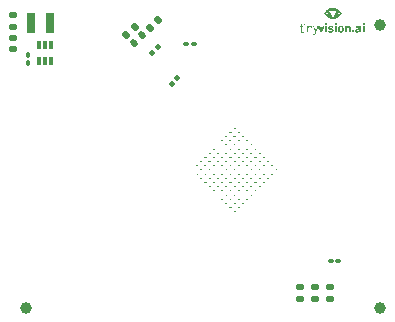
<source format=gbr>
%TF.GenerationSoftware,KiCad,Pcbnew,9.0.2*%
%TF.CreationDate,2025-11-14T17:05:06-08:00*%
%TF.ProjectId,pico2-nx-module,7069636f-322d-46e7-982d-6d6f64756c65,rev?*%
%TF.SameCoordinates,Original*%
%TF.FileFunction,Soldermask,Top*%
%TF.FilePolarity,Negative*%
%FSLAX46Y46*%
G04 Gerber Fmt 4.6, Leading zero omitted, Abs format (unit mm)*
G04 Created by KiCad (PCBNEW 9.0.2) date 2025-11-14 17:05:06*
%MOMM*%
%LPD*%
G01*
G04 APERTURE LIST*
G04 Aperture macros list*
%AMRoundRect*
0 Rectangle with rounded corners*
0 $1 Rounding radius*
0 $2 $3 $4 $5 $6 $7 $8 $9 X,Y pos of 4 corners*
0 Add a 4 corners polygon primitive as box body*
4,1,4,$2,$3,$4,$5,$6,$7,$8,$9,$2,$3,0*
0 Add four circle primitives for the rounded corners*
1,1,$1+$1,$2,$3*
1,1,$1+$1,$4,$5*
1,1,$1+$1,$6,$7*
1,1,$1+$1,$8,$9*
0 Add four rect primitives between the rounded corners*
20,1,$1+$1,$2,$3,$4,$5,0*
20,1,$1+$1,$4,$5,$6,$7,0*
20,1,$1+$1,$6,$7,$8,$9,0*
20,1,$1+$1,$8,$9,$2,$3,0*%
G04 Aperture macros list end*
%ADD10C,0.000000*%
%ADD11C,0.125000*%
%ADD12RoundRect,0.135000X0.035355X-0.226274X0.226274X-0.035355X-0.035355X0.226274X-0.226274X0.035355X0*%
%ADD13RoundRect,0.140000X0.170000X-0.140000X0.170000X0.140000X-0.170000X0.140000X-0.170000X-0.140000X0*%
%ADD14RoundRect,0.135000X0.185000X-0.135000X0.185000X0.135000X-0.185000X0.135000X-0.185000X-0.135000X0*%
%ADD15RoundRect,0.140000X-0.170000X0.140000X-0.170000X-0.140000X0.170000X-0.140000X0.170000X0.140000X0*%
%ADD16RoundRect,0.140000X0.021213X-0.219203X0.219203X-0.021213X-0.021213X0.219203X-0.219203X0.021213X0*%
%ADD17C,1.000000*%
%ADD18RoundRect,0.135000X-0.185000X0.135000X-0.185000X-0.135000X0.185000X-0.135000X0.185000X0.135000X0*%
%ADD19RoundRect,0.100000X-0.130000X-0.100000X0.130000X-0.100000X0.130000X0.100000X-0.130000X0.100000X0*%
%ADD20RoundRect,0.100000X-0.100000X0.130000X-0.100000X-0.130000X0.100000X-0.130000X0.100000X0.130000X0*%
%ADD21RoundRect,0.087500X0.087500X-0.250000X0.087500X0.250000X-0.087500X0.250000X-0.087500X-0.250000X0*%
%ADD22RoundRect,0.135000X-0.035355X0.226274X-0.226274X0.035355X0.035355X-0.226274X0.226274X-0.035355X0*%
%ADD23RoundRect,0.100000X0.021213X0.162635X-0.162635X-0.021213X-0.021213X-0.162635X0.162635X0.021213X0*%
%ADD24RoundRect,0.100000X-0.021213X-0.162635X0.162635X0.021213X0.021213X0.162635X-0.162635X-0.021213X0*%
%ADD25R,0.800000X1.800000*%
%ADD26RoundRect,0.100000X0.130000X0.100000X-0.130000X0.100000X-0.130000X-0.100000X0.130000X-0.100000X0*%
G04 APERTURE END LIST*
D10*
%TO.C,LOGO1*%
G36*
X126677709Y-73638364D02*
G01*
X126608482Y-73638364D01*
X126608482Y-73078255D01*
X126677709Y-73078255D01*
X126677709Y-73638364D01*
G37*
G36*
X126680856Y-72968121D02*
G01*
X126602189Y-72968121D01*
X126602189Y-72883160D01*
X126680856Y-72883160D01*
X126680856Y-72968121D01*
G37*
G36*
X128509077Y-73034201D02*
G01*
X128345449Y-73034201D01*
X128345449Y-72867427D01*
X128509077Y-72867427D01*
X128509077Y-73034201D01*
G37*
G36*
X128509077Y-73638364D02*
G01*
X128345449Y-73638364D01*
X128345449Y-73078255D01*
X128509077Y-73078255D01*
X128509077Y-73638364D01*
G37*
G36*
X129324067Y-73034201D02*
G01*
X129160439Y-73034201D01*
X129160439Y-72867427D01*
X129324067Y-72867427D01*
X129324067Y-73034201D01*
G37*
G36*
X129324067Y-73638364D02*
G01*
X129160439Y-73638364D01*
X129160439Y-73078255D01*
X129324067Y-73078255D01*
X129324067Y-73638364D01*
G37*
G36*
X130815593Y-73638364D02*
G01*
X130645672Y-73638364D01*
X130645672Y-73465296D01*
X130815593Y-73465296D01*
X130815593Y-73638364D01*
G37*
G36*
X131702957Y-73034200D02*
G01*
X131539329Y-73034201D01*
X131539329Y-72867427D01*
X131702957Y-72867426D01*
X131702957Y-73034200D01*
G37*
G36*
X131702957Y-73638364D02*
G01*
X131539329Y-73638364D01*
X131539329Y-73078255D01*
X131702957Y-73078255D01*
X131702957Y-73638364D01*
G37*
G36*
X126359894Y-73078255D02*
G01*
X126485761Y-73078255D01*
X126485761Y-73138041D01*
X126359670Y-73138041D01*
X126360569Y-73335496D01*
X126361468Y-73532950D01*
X126368945Y-73549493D01*
X126378325Y-73564916D01*
X126391158Y-73578778D01*
X126405807Y-73589644D01*
X126420638Y-73596082D01*
X126422645Y-73596550D01*
X126434070Y-73597985D01*
X126449662Y-73598735D01*
X126467332Y-73598800D01*
X126484992Y-73598175D01*
X126500552Y-73596859D01*
X126502281Y-73596643D01*
X126520375Y-73594254D01*
X126520375Y-73650137D01*
X126499135Y-73652072D01*
X126476410Y-73653931D01*
X126455950Y-73655201D01*
X126438860Y-73655832D01*
X126426243Y-73655777D01*
X126421255Y-73655392D01*
X126389421Y-73649076D01*
X126362797Y-73639352D01*
X126341268Y-73626167D01*
X126328693Y-73614319D01*
X126319122Y-73600629D01*
X126310017Y-73582504D01*
X126302133Y-73561800D01*
X126296222Y-73540367D01*
X126294124Y-73529200D01*
X126293296Y-73520338D01*
X126292575Y-73505409D01*
X126291963Y-73484639D01*
X126291465Y-73458255D01*
X126291084Y-73426482D01*
X126290823Y-73389546D01*
X126290687Y-73347674D01*
X126290667Y-73322305D01*
X126290667Y-73138040D01*
X126180534Y-73138041D01*
X126180534Y-73078255D01*
X126287521Y-73078255D01*
X126287521Y-72943687D01*
X126311907Y-72941642D01*
X126325534Y-72940399D01*
X126338349Y-72939062D01*
X126347700Y-72937907D01*
X126348094Y-72937849D01*
X126359894Y-72936101D01*
X126359894Y-73078255D01*
G37*
G36*
X130376405Y-73070581D02*
G01*
X130391722Y-73071228D01*
X130403503Y-73072464D01*
X130413122Y-73074416D01*
X130419111Y-73076211D01*
X130428736Y-73079716D01*
X130435673Y-73082741D01*
X130437990Y-73084229D01*
X130441422Y-73086938D01*
X130448494Y-73091487D01*
X130453906Y-73094703D01*
X130474172Y-73109942D01*
X130491551Y-73130315D01*
X130505620Y-73155166D01*
X130515950Y-73183837D01*
X130518672Y-73194967D01*
X130519704Y-73200535D01*
X130520604Y-73207360D01*
X130521387Y-73215919D01*
X130522065Y-73226690D01*
X130522653Y-73240150D01*
X130523162Y-73256778D01*
X130523607Y-73277050D01*
X130524002Y-73301445D01*
X130524358Y-73330439D01*
X130524690Y-73364510D01*
X130525011Y-73404136D01*
X130525186Y-73428323D01*
X130526664Y-73638364D01*
X130362471Y-73638364D01*
X130362447Y-73467656D01*
X130362392Y-73424493D01*
X130362225Y-73387156D01*
X130361924Y-73355181D01*
X130361466Y-73328100D01*
X130360830Y-73305450D01*
X130359990Y-73286763D01*
X130358927Y-73271574D01*
X130357618Y-73259417D01*
X130356040Y-73249827D01*
X130354171Y-73242337D01*
X130351988Y-73236483D01*
X130351252Y-73234943D01*
X130339634Y-73218259D01*
X130324532Y-73206573D01*
X130306715Y-73200252D01*
X130286951Y-73199666D01*
X130280031Y-73200816D01*
X130262194Y-73206325D01*
X130247888Y-73214905D01*
X130236210Y-73227435D01*
X130226259Y-73244798D01*
X130220250Y-73259193D01*
X130218741Y-73263310D01*
X130217459Y-73267368D01*
X130216383Y-73271898D01*
X130215489Y-73277431D01*
X130214757Y-73284500D01*
X130214166Y-73293634D01*
X130213693Y-73305367D01*
X130213316Y-73320228D01*
X130213015Y-73338749D01*
X130212768Y-73361462D01*
X130212551Y-73388898D01*
X130212346Y-73421588D01*
X130212140Y-73458216D01*
X130211142Y-73638364D01*
X130047803Y-73638364D01*
X130047803Y-73078255D01*
X130198671Y-73078255D01*
X130199544Y-73122960D01*
X130200417Y-73167666D01*
X130214165Y-73146553D01*
X130221154Y-73136908D01*
X130230139Y-73126029D01*
X130240076Y-73115001D01*
X130249918Y-73104911D01*
X130258624Y-73096843D01*
X130265146Y-73091883D01*
X130267769Y-73090841D01*
X130271691Y-73088969D01*
X130277525Y-73084536D01*
X130285266Y-73079219D01*
X130295096Y-73075323D01*
X130307968Y-73072677D01*
X130324836Y-73071108D01*
X130346653Y-73070446D01*
X130356178Y-73070397D01*
X130376405Y-73070581D01*
G37*
G36*
X127112833Y-73064054D02*
G01*
X127124544Y-73065341D01*
X127137541Y-73067776D01*
X127151174Y-73071110D01*
X127164051Y-73074903D01*
X127174790Y-73078711D01*
X127182000Y-73082091D01*
X127184324Y-73084402D01*
X127186754Y-73087172D01*
X127193056Y-73092065D01*
X127199875Y-73096711D01*
X127219492Y-73113001D01*
X127236689Y-73134656D01*
X127251072Y-73161076D01*
X127261740Y-73189962D01*
X127262852Y-73194115D01*
X127263816Y-73198895D01*
X127264643Y-73204780D01*
X127265350Y-73212249D01*
X127265948Y-73221774D01*
X127266452Y-73233837D01*
X127266876Y-73248913D01*
X127267233Y-73267478D01*
X127267537Y-73290013D01*
X127267801Y-73316992D01*
X127268041Y-73348892D01*
X127268268Y-73386192D01*
X127268468Y-73423603D01*
X127269570Y-73638364D01*
X127203689Y-73638364D01*
X127202450Y-73436189D01*
X127202195Y-73395458D01*
X127201952Y-73360509D01*
X127201707Y-73330831D01*
X127201438Y-73305911D01*
X127201127Y-73285240D01*
X127200758Y-73268304D01*
X127200310Y-73254595D01*
X127199767Y-73243599D01*
X127199109Y-73234805D01*
X127198319Y-73227702D01*
X127197378Y-73221780D01*
X127196267Y-73216524D01*
X127194970Y-73211426D01*
X127194338Y-73209113D01*
X127184780Y-73182082D01*
X127172390Y-73160569D01*
X127156857Y-73144328D01*
X127137872Y-73133111D01*
X127115125Y-73126672D01*
X127088539Y-73124761D01*
X127058431Y-73127548D01*
X127031113Y-73135608D01*
X127005792Y-73149270D01*
X126981682Y-73168865D01*
X126980392Y-73170105D01*
X126963061Y-73189195D01*
X126949244Y-73209930D01*
X126938107Y-73233812D01*
X126928818Y-73262343D01*
X126928436Y-73263733D01*
X126927040Y-73269157D01*
X126925852Y-73274701D01*
X126924854Y-73280918D01*
X126924022Y-73288368D01*
X126923337Y-73297606D01*
X126922777Y-73309188D01*
X126922320Y-73323672D01*
X126921945Y-73341612D01*
X126921633Y-73363568D01*
X126921358Y-73390094D01*
X126921102Y-73421748D01*
X126920843Y-73459085D01*
X126920818Y-73462936D01*
X126919664Y-73638364D01*
X126847630Y-73638364D01*
X126847630Y-73078255D01*
X126920003Y-73078255D01*
X126920003Y-73176777D01*
X126932650Y-73157211D01*
X126950492Y-73132931D01*
X126969974Y-73112382D01*
X126989909Y-73096810D01*
X126990326Y-73096542D01*
X126999710Y-73090374D01*
X127007270Y-73085030D01*
X127010613Y-73082336D01*
X127017192Y-73078455D01*
X127028394Y-73074270D01*
X127042593Y-73070228D01*
X127058159Y-73066774D01*
X127073471Y-73064353D01*
X127077999Y-73063874D01*
X127094556Y-73063298D01*
X127112833Y-73064054D01*
G37*
G36*
X129705492Y-73070302D02*
G01*
X129726674Y-73071456D01*
X129744891Y-73073394D01*
X129758188Y-73076000D01*
X129768751Y-73079195D01*
X129776689Y-73082118D01*
X129780215Y-73084083D01*
X129783935Y-73086606D01*
X129791460Y-73090211D01*
X129796069Y-73092116D01*
X129828223Y-73108040D01*
X129857092Y-73129050D01*
X129882461Y-73154737D01*
X129904110Y-73184690D01*
X129921823Y-73218499D01*
X129935382Y-73255757D01*
X129944569Y-73296050D01*
X129949165Y-73338971D01*
X129949157Y-73380336D01*
X129944682Y-73424034D01*
X129935616Y-73463841D01*
X129921684Y-73500448D01*
X129902610Y-73534545D01*
X129878119Y-73566821D01*
X129871899Y-73573833D01*
X129845454Y-73598704D01*
X129815827Y-73618539D01*
X129782426Y-73633691D01*
X129756735Y-73641631D01*
X129738926Y-73645118D01*
X129717022Y-73647718D01*
X129693157Y-73649326D01*
X129669461Y-73649837D01*
X129648064Y-73649148D01*
X129634015Y-73647658D01*
X129598958Y-73639861D01*
X129567456Y-73627834D01*
X129538887Y-73611155D01*
X129512631Y-73589400D01*
X129488067Y-73562147D01*
X129468604Y-73535179D01*
X129450940Y-73503103D01*
X129437467Y-73467311D01*
X129428178Y-73428780D01*
X129423069Y-73388485D01*
X129422137Y-73347403D01*
X129422154Y-73347190D01*
X129594681Y-73347190D01*
X129595753Y-73389587D01*
X129599013Y-73426265D01*
X129604518Y-73457427D01*
X129612336Y-73483279D01*
X129622527Y-73504025D01*
X129635153Y-73519870D01*
X129650278Y-73531018D01*
X129650857Y-73531328D01*
X129664237Y-73535809D01*
X129680977Y-73537739D01*
X129698689Y-73537129D01*
X129714988Y-73533996D01*
X129722968Y-73530967D01*
X129738052Y-73520257D01*
X129750973Y-73503999D01*
X129761508Y-73482631D01*
X129769433Y-73456593D01*
X129774006Y-73430683D01*
X129776240Y-73405910D01*
X129777202Y-73378254D01*
X129776972Y-73349101D01*
X129775628Y-73319834D01*
X129773250Y-73291839D01*
X129769918Y-73266501D01*
X129765709Y-73245203D01*
X129762826Y-73235029D01*
X129754081Y-73215969D01*
X129741926Y-73199967D01*
X129727532Y-73188531D01*
X129726097Y-73187742D01*
X129710957Y-73182472D01*
X129692617Y-73180190D01*
X129673413Y-73180893D01*
X129655684Y-73184578D01*
X129647490Y-73187833D01*
X129632078Y-73198549D01*
X129619388Y-73214254D01*
X129609375Y-73235097D01*
X129601989Y-73261225D01*
X129597179Y-73292789D01*
X129594896Y-73329935D01*
X129594681Y-73347190D01*
X129422154Y-73347190D01*
X129425374Y-73306509D01*
X129432777Y-73266781D01*
X129444341Y-73229194D01*
X129460062Y-73194723D01*
X129470361Y-73177622D01*
X129487527Y-73155472D01*
X129508487Y-73134324D01*
X129531668Y-73115492D01*
X129555496Y-73100288D01*
X129572927Y-73092025D01*
X129581456Y-73088343D01*
X129587218Y-73085260D01*
X129588388Y-73084291D01*
X129592014Y-73082243D01*
X129599884Y-73079173D01*
X129608841Y-73076207D01*
X129621820Y-73073476D01*
X129639509Y-73071518D01*
X129660375Y-73070335D01*
X129682880Y-73069929D01*
X129705492Y-73070302D01*
G37*
G36*
X128852445Y-73070290D02*
G01*
X128874785Y-73071320D01*
X128894197Y-73073087D01*
X128909192Y-73075592D01*
X128911844Y-73076269D01*
X128922410Y-73079481D01*
X128930337Y-73082381D01*
X128933871Y-73084312D01*
X128937257Y-73086825D01*
X128944716Y-73091281D01*
X128954708Y-73096765D01*
X128955905Y-73097397D01*
X128975649Y-73110270D01*
X128995238Y-73127514D01*
X129012927Y-73147410D01*
X129025955Y-73166461D01*
X129033806Y-73180785D01*
X129040178Y-73194022D01*
X129044602Y-73205033D01*
X129046608Y-73212681D01*
X129046199Y-73215571D01*
X129042754Y-73216941D01*
X129034407Y-73219621D01*
X129022336Y-73223276D01*
X129007717Y-73227569D01*
X128991724Y-73232171D01*
X128975532Y-73236743D01*
X128960317Y-73240952D01*
X128947255Y-73244463D01*
X128937518Y-73246942D01*
X128932285Y-73248055D01*
X128931946Y-73248084D01*
X128928860Y-73245458D01*
X128925003Y-73238692D01*
X128923132Y-73234275D01*
X128913500Y-73216618D01*
X128899446Y-73200576D01*
X128882832Y-73188123D01*
X128876570Y-73184893D01*
X128868276Y-73181511D01*
X128860204Y-73179310D01*
X128850654Y-73178049D01*
X128837926Y-73177486D01*
X128823745Y-73177375D01*
X128807294Y-73177527D01*
X128795501Y-73178143D01*
X128786736Y-73179460D01*
X128779368Y-73181717D01*
X128772304Y-73184885D01*
X128757817Y-73194697D01*
X128748718Y-73206795D01*
X128745243Y-73220422D01*
X128747627Y-73234829D01*
X128753273Y-73245502D01*
X128757518Y-73250857D01*
X128762619Y-73255311D01*
X128769358Y-73259112D01*
X128778519Y-73262505D01*
X128790883Y-73265736D01*
X128807235Y-73269052D01*
X128828357Y-73272698D01*
X128851545Y-73276381D01*
X128872647Y-73279776D01*
X128893700Y-73283379D01*
X128913110Y-73286898D01*
X128929284Y-73290047D01*
X128939526Y-73292272D01*
X128973183Y-73302611D01*
X129001672Y-73316492D01*
X129025127Y-73334063D01*
X129043680Y-73355472D01*
X129057463Y-73380868D01*
X129066610Y-73410398D01*
X129070845Y-73438932D01*
X129070876Y-73473016D01*
X129065157Y-73505603D01*
X129054036Y-73536084D01*
X129037858Y-73563847D01*
X129016970Y-73588284D01*
X128991719Y-73608785D01*
X128966253Y-73623044D01*
X128934399Y-73634959D01*
X128898426Y-73643640D01*
X128859710Y-73648916D01*
X128819628Y-73650617D01*
X128779557Y-73648574D01*
X128768983Y-73647367D01*
X128739109Y-73642236D01*
X128712413Y-73634596D01*
X128686001Y-73623592D01*
X128682268Y-73621787D01*
X128667575Y-73613949D01*
X128655169Y-73605611D01*
X128642927Y-73595185D01*
X128630995Y-73583424D01*
X128614256Y-73564151D01*
X128599875Y-73543491D01*
X128588670Y-73522846D01*
X128581455Y-73503626D01*
X128579616Y-73495076D01*
X128577715Y-73482377D01*
X128641729Y-73473782D01*
X128661361Y-73471182D01*
X128679079Y-73468904D01*
X128693859Y-73467072D01*
X128704674Y-73465815D01*
X128710501Y-73465258D01*
X128711007Y-73465242D01*
X128715764Y-73468189D01*
X128719794Y-73475978D01*
X128719868Y-73476201D01*
X128726172Y-73488437D01*
X128736488Y-73501418D01*
X128749073Y-73513338D01*
X128762184Y-73522396D01*
X128766590Y-73524562D01*
X128792086Y-73532560D01*
X128820460Y-73536337D01*
X128849854Y-73535818D01*
X128878409Y-73530925D01*
X128883872Y-73529410D01*
X128899491Y-73522687D01*
X128912666Y-73513056D01*
X128922271Y-73501650D01*
X128927183Y-73489606D01*
X128927585Y-73485290D01*
X128925954Y-73473566D01*
X128920725Y-73463876D01*
X128911399Y-73455939D01*
X128897474Y-73449474D01*
X128878448Y-73444201D01*
X128853822Y-73439837D01*
X128844198Y-73438525D01*
X128832343Y-73436783D01*
X128817866Y-73434323D01*
X128802004Y-73431397D01*
X128785994Y-73428255D01*
X128771075Y-73425148D01*
X128758483Y-73422328D01*
X128749457Y-73420045D01*
X128745233Y-73418550D01*
X128745101Y-73418427D01*
X128741470Y-73416561D01*
X128733398Y-73413787D01*
X128722563Y-73410677D01*
X128721478Y-73410393D01*
X128689490Y-73399331D01*
X128662126Y-73384021D01*
X128639337Y-73364428D01*
X128622674Y-73343070D01*
X128608852Y-73315907D01*
X128600465Y-73286711D01*
X128597408Y-73256435D01*
X128599573Y-73226029D01*
X128606855Y-73196444D01*
X128619148Y-73168631D01*
X128636345Y-73143540D01*
X128646144Y-73132906D01*
X128656481Y-73123912D01*
X128669392Y-73114422D01*
X128683497Y-73105265D01*
X128697416Y-73097261D01*
X128709768Y-73091236D01*
X128719174Y-73088014D01*
X128721842Y-73087695D01*
X128725794Y-73086066D01*
X128726198Y-73084887D01*
X128729014Y-73082818D01*
X128736459Y-73079916D01*
X128747028Y-73076752D01*
X128749011Y-73076233D01*
X128763626Y-73073566D01*
X128782768Y-73071638D01*
X128804946Y-73070450D01*
X128828668Y-73070001D01*
X128852445Y-73070290D01*
G37*
G36*
X131210186Y-73070460D02*
G01*
X131234596Y-73071855D01*
X131255561Y-73074116D01*
X131267928Y-73076350D01*
X131279708Y-73079350D01*
X131288696Y-73082201D01*
X131293473Y-73084429D01*
X131293888Y-73085003D01*
X131296417Y-73087445D01*
X131298244Y-73087695D01*
X131302866Y-73089038D01*
X131311537Y-73092630D01*
X131322724Y-73097815D01*
X131328119Y-73100467D01*
X131350954Y-73114046D01*
X131370469Y-73129960D01*
X131385511Y-73147180D01*
X131391638Y-73157178D01*
X131394796Y-73163424D01*
X131397524Y-73169349D01*
X131399859Y-73175452D01*
X131401836Y-73182233D01*
X131403494Y-73190189D01*
X131404868Y-73199821D01*
X131405995Y-73211625D01*
X131406913Y-73226102D01*
X131407658Y-73243750D01*
X131408266Y-73265068D01*
X131408776Y-73290554D01*
X131409223Y-73320707D01*
X131409644Y-73356026D01*
X131410076Y-73397010D01*
X131410195Y-73408656D01*
X131410703Y-73454499D01*
X131411235Y-73494284D01*
X131411797Y-73528249D01*
X131412397Y-73556629D01*
X131413041Y-73579661D01*
X131413733Y-73597580D01*
X131414482Y-73610624D01*
X131415294Y-73619027D01*
X131416007Y-73622609D01*
X131418478Y-73630448D01*
X131419720Y-73635555D01*
X131419756Y-73635983D01*
X131416748Y-73636629D01*
X131408284Y-73637208D01*
X131395198Y-73637696D01*
X131378326Y-73638067D01*
X131358505Y-73638298D01*
X131339840Y-73638364D01*
X131259925Y-73638364D01*
X131256457Y-73612403D01*
X131254690Y-73598238D01*
X131253201Y-73584636D01*
X131252276Y-73574225D01*
X131252200Y-73573058D01*
X131251408Y-73559671D01*
X131229960Y-73585060D01*
X131208989Y-73607200D01*
X131187467Y-73624087D01*
X131164268Y-73636245D01*
X131138266Y-73644202D01*
X131108336Y-73648486D01*
X131092501Y-73649383D01*
X131075923Y-73649646D01*
X131059691Y-73649374D01*
X131045983Y-73648631D01*
X131038852Y-73647833D01*
X131019568Y-73643437D01*
X130999222Y-73636634D01*
X130980675Y-73628461D01*
X130972025Y-73623599D01*
X130962660Y-73617093D01*
X130952957Y-73609368D01*
X130944252Y-73601619D01*
X130937882Y-73595043D01*
X130935184Y-73590834D01*
X130935167Y-73590631D01*
X130933520Y-73586429D01*
X130929372Y-73579314D01*
X130927216Y-73576050D01*
X130916958Y-73556220D01*
X130909977Y-73532397D01*
X130906410Y-73506044D01*
X130906390Y-73478616D01*
X130907468Y-73470652D01*
X130907468Y-73470651D01*
X131080981Y-73470651D01*
X131081803Y-73488868D01*
X131087172Y-73505478D01*
X131096512Y-73519832D01*
X131109243Y-73531284D01*
X131124787Y-73539184D01*
X131142566Y-73542885D01*
X131161999Y-73541739D01*
X131182510Y-73535097D01*
X131185882Y-73533466D01*
X131204759Y-73520547D01*
X131220998Y-73502744D01*
X131233785Y-73481193D01*
X131242307Y-73457034D01*
X131243150Y-73453341D01*
X131244726Y-73442615D01*
X131245941Y-73428068D01*
X131246612Y-73412172D01*
X131246688Y-73405354D01*
X131246688Y-73374042D01*
X131237660Y-73374042D01*
X131225349Y-73374961D01*
X131209071Y-73377442D01*
X131190836Y-73381072D01*
X131172652Y-73385435D01*
X131156528Y-73390118D01*
X131151778Y-73391743D01*
X131132790Y-73399425D01*
X131118424Y-73407495D01*
X131107056Y-73417109D01*
X131097059Y-73429426D01*
X131095299Y-73431992D01*
X131085287Y-73451477D01*
X131080981Y-73470651D01*
X130907468Y-73470651D01*
X130910051Y-73451571D01*
X130914303Y-73435403D01*
X130923001Y-73412371D01*
X130933475Y-73393470D01*
X130947083Y-73376549D01*
X130958439Y-73365420D01*
X130975942Y-73351202D01*
X130995442Y-73338914D01*
X131017553Y-73328364D01*
X131042901Y-73319359D01*
X131072101Y-73311707D01*
X131105776Y-73305215D01*
X131144544Y-73299691D01*
X131183755Y-73295440D01*
X131199720Y-73293878D01*
X131214769Y-73292350D01*
X131226979Y-73291056D01*
X131233315Y-73290333D01*
X131246688Y-73288697D01*
X131246688Y-73265860D01*
X131244791Y-73240174D01*
X131239004Y-73219305D01*
X131229184Y-73203018D01*
X131215191Y-73191073D01*
X131197268Y-73183345D01*
X131174676Y-73179460D01*
X131151947Y-73180413D01*
X131130440Y-73185868D01*
X131111516Y-73195489D01*
X131097306Y-73208021D01*
X131089345Y-73219459D01*
X131082576Y-73232988D01*
X131078056Y-73246190D01*
X131076767Y-73255029D01*
X131074788Y-73259458D01*
X131068115Y-73260778D01*
X131059241Y-73260472D01*
X131047076Y-73259629D01*
X131032948Y-73258390D01*
X131018186Y-73256900D01*
X131004116Y-73255304D01*
X130992068Y-73253744D01*
X130983368Y-73252364D01*
X130979346Y-73251309D01*
X130979220Y-73251149D01*
X130976313Y-73249970D01*
X130968524Y-73248623D01*
X130957255Y-73247324D01*
X130950900Y-73246772D01*
X130936798Y-73245608D01*
X130928062Y-73244001D01*
X130923807Y-73240771D01*
X130923148Y-73234736D01*
X130925205Y-73224715D01*
X130927555Y-73215589D01*
X130938372Y-73184672D01*
X130953967Y-73157682D01*
X130974473Y-73134478D01*
X131000024Y-73114914D01*
X131030755Y-73098849D01*
X131039941Y-73095098D01*
X131050921Y-73090691D01*
X131059430Y-73086981D01*
X131063908Y-73084652D01*
X131064182Y-73084417D01*
X131067769Y-73082904D01*
X131076004Y-73080502D01*
X131087374Y-73077637D01*
X131092501Y-73076447D01*
X131110117Y-73073524D01*
X131132296Y-73071463D01*
X131157433Y-73070265D01*
X131183931Y-73069931D01*
X131210186Y-73070460D01*
G37*
G36*
X127844987Y-73077916D02*
G01*
X127867758Y-73078081D01*
X127889145Y-73078402D01*
X127908303Y-73078880D01*
X127924383Y-73079514D01*
X127936539Y-73080305D01*
X127943921Y-73081253D01*
X127945821Y-73082115D01*
X127946698Y-73086029D01*
X127949174Y-73095158D01*
X127953018Y-73108699D01*
X127957997Y-73125845D01*
X127963880Y-73145793D01*
X127970436Y-73167738D01*
X127971420Y-73171009D01*
X127979922Y-73199270D01*
X127989518Y-73231200D01*
X127999555Y-73264625D01*
X128009381Y-73297371D01*
X128018342Y-73327263D01*
X128021986Y-73339429D01*
X128029716Y-73365253D01*
X128035825Y-73385645D01*
X128040506Y-73401197D01*
X128043951Y-73412508D01*
X128046350Y-73420166D01*
X128047898Y-73424769D01*
X128048784Y-73426908D01*
X128049203Y-73427182D01*
X128049345Y-73426181D01*
X128049402Y-73424499D01*
X128049413Y-73424277D01*
X128050377Y-73420075D01*
X128052962Y-73410708D01*
X128056926Y-73397017D01*
X128062021Y-73379845D01*
X128067998Y-73360036D01*
X128074335Y-73339317D01*
X128082292Y-73313481D01*
X128091509Y-73283554D01*
X128101394Y-73251458D01*
X128111356Y-73219117D01*
X128120801Y-73188454D01*
X128126879Y-73168722D01*
X128154748Y-73078255D01*
X128217059Y-73078255D01*
X128238332Y-73078284D01*
X128254124Y-73078424D01*
X128265250Y-73078755D01*
X128272522Y-73079353D01*
X128276753Y-73080300D01*
X128278756Y-73081672D01*
X128279346Y-73083549D01*
X128279369Y-73084286D01*
X128277957Y-73089791D01*
X128276235Y-73091366D01*
X128274836Y-73094408D01*
X128271613Y-73102907D01*
X128266740Y-73116354D01*
X128260392Y-73134238D01*
X128252742Y-73156048D01*
X128243965Y-73181275D01*
X128234236Y-73209408D01*
X128223727Y-73239937D01*
X128212615Y-73272352D01*
X128201072Y-73306143D01*
X128189273Y-73340798D01*
X128177393Y-73375809D01*
X128165606Y-73410665D01*
X128154086Y-73444855D01*
X128143005Y-73477869D01*
X128132543Y-73509198D01*
X128122869Y-73538330D01*
X128114159Y-73564756D01*
X128106587Y-73587966D01*
X128105786Y-73590440D01*
X128090245Y-73638490D01*
X127960267Y-73636790D01*
X127951607Y-73610043D01*
X127949346Y-73603185D01*
X127945265Y-73590947D01*
X127939562Y-73573913D01*
X127932432Y-73552665D01*
X127924073Y-73527787D01*
X127914681Y-73499860D01*
X127904452Y-73469467D01*
X127893583Y-73437192D01*
X127882270Y-73403616D01*
X127870711Y-73369323D01*
X127859100Y-73334895D01*
X127847635Y-73300916D01*
X127836513Y-73267968D01*
X127825929Y-73236632D01*
X127816081Y-73207493D01*
X127807164Y-73181134D01*
X127799376Y-73158135D01*
X127792910Y-73139082D01*
X127787968Y-73124555D01*
X127784743Y-73115138D01*
X127784571Y-73114640D01*
X127780784Y-73104817D01*
X127777585Y-73098562D01*
X127775561Y-73096982D01*
X127775346Y-73097334D01*
X127770894Y-73109415D01*
X127764488Y-73126927D01*
X127756305Y-73149382D01*
X127746523Y-73176291D01*
X127735317Y-73207163D01*
X127722869Y-73241510D01*
X127709351Y-73278842D01*
X127694944Y-73318670D01*
X127679823Y-73360503D01*
X127664166Y-73403854D01*
X127648150Y-73448231D01*
X127631953Y-73493147D01*
X127626681Y-73507776D01*
X127610421Y-73552834D01*
X127596087Y-73592376D01*
X127583501Y-73626818D01*
X127572488Y-73656576D01*
X127562866Y-73682067D01*
X127554461Y-73703704D01*
X127547096Y-73721906D01*
X127540594Y-73737088D01*
X127534774Y-73749666D01*
X127529464Y-73760056D01*
X127524483Y-73768674D01*
X127519656Y-73775935D01*
X127514805Y-73782256D01*
X127509753Y-73788053D01*
X127505251Y-73792792D01*
X127483448Y-73811259D01*
X127459030Y-73824326D01*
X127433325Y-73832072D01*
X127417206Y-73834587D01*
X127399430Y-73835940D01*
X127382537Y-73836031D01*
X127369069Y-73834760D01*
X127368405Y-73834635D01*
X127361754Y-73833309D01*
X127351748Y-73831297D01*
X127345592Y-73830054D01*
X127329072Y-73826713D01*
X127329072Y-73767817D01*
X127338865Y-73770625D01*
X127363151Y-73775788D01*
X127387167Y-73777577D01*
X127409573Y-73776073D01*
X127429027Y-73771354D01*
X127442872Y-73764447D01*
X127457419Y-73751324D01*
X127471954Y-73732177D01*
X127486316Y-73707271D01*
X127500341Y-73676873D01*
X127508251Y-73656853D01*
X127518409Y-73629716D01*
X127505845Y-73590773D01*
X127501708Y-73578108D01*
X127495900Y-73560560D01*
X127488781Y-73539200D01*
X127480710Y-73515102D01*
X127472046Y-73489338D01*
X127463147Y-73462984D01*
X127458601Y-73449563D01*
X127449486Y-73422681D01*
X127438836Y-73391270D01*
X127427137Y-73356763D01*
X127414875Y-73320590D01*
X127402534Y-73284184D01*
X127390600Y-73248977D01*
X127379663Y-73216708D01*
X127370399Y-73189289D01*
X127361792Y-73163649D01*
X127354049Y-73140413D01*
X127347375Y-73120209D01*
X127341976Y-73103663D01*
X127338059Y-73091403D01*
X127335831Y-73084051D01*
X127335385Y-73082188D01*
X127337169Y-73080362D01*
X127343024Y-73079164D01*
X127353679Y-73078511D01*
X127369856Y-73078325D01*
X127370765Y-73078327D01*
X127406165Y-73078399D01*
X127479948Y-73304703D01*
X127553732Y-73531007D01*
X127573825Y-73475338D01*
X127586350Y-73440617D01*
X127599205Y-73404946D01*
X127612210Y-73368827D01*
X127625185Y-73332758D01*
X127637954Y-73297238D01*
X127650335Y-73262766D01*
X127662150Y-73229843D01*
X127673221Y-73198966D01*
X127683367Y-73170637D01*
X127692410Y-73145353D01*
X127700170Y-73123615D01*
X127706470Y-73105921D01*
X127711129Y-73092772D01*
X127713969Y-73084665D01*
X127714799Y-73082188D01*
X127718108Y-73081113D01*
X127726816Y-73080192D01*
X127740078Y-73079425D01*
X127757042Y-73078813D01*
X127776863Y-73078356D01*
X127798693Y-73078054D01*
X127821684Y-73077907D01*
X127844987Y-73077916D01*
G37*
G36*
X128992658Y-71522430D02*
G01*
X129001532Y-71522451D01*
X129026965Y-71522562D01*
X129047226Y-71522786D01*
X129063436Y-71523203D01*
X129076716Y-71523894D01*
X129088186Y-71524940D01*
X129098969Y-71526421D01*
X129110185Y-71528418D01*
X129122953Y-71531011D01*
X129124092Y-71531251D01*
X129139820Y-71534873D01*
X129157535Y-71539468D01*
X129176176Y-71544704D01*
X129194686Y-71550246D01*
X129212007Y-71555763D01*
X129227081Y-71560920D01*
X129238849Y-71565385D01*
X129246252Y-71568825D01*
X129248206Y-71570325D01*
X129251820Y-71572900D01*
X129259729Y-71577104D01*
X129270416Y-71582148D01*
X129273720Y-71583612D01*
X129302258Y-71597264D01*
X129333853Y-71614442D01*
X129367077Y-71634259D01*
X129400504Y-71655826D01*
X129432706Y-71678254D01*
X129462255Y-71700655D01*
X129464094Y-71702124D01*
X129477825Y-71713710D01*
X129494918Y-71729036D01*
X129514468Y-71747214D01*
X129535572Y-71767362D01*
X129557326Y-71788589D01*
X129578824Y-71810010D01*
X129599162Y-71830738D01*
X129617439Y-71849887D01*
X129632747Y-71866571D01*
X129638458Y-71873076D01*
X129649041Y-71885332D01*
X129658758Y-71896546D01*
X129666528Y-71905473D01*
X129671240Y-71910835D01*
X129676424Y-71916926D01*
X129684518Y-71926747D01*
X129694542Y-71939082D01*
X129705519Y-71952713D01*
X129716470Y-71966423D01*
X129726418Y-71978995D01*
X129734383Y-71989211D01*
X129737607Y-71993440D01*
X129746474Y-72005243D01*
X129722497Y-72038466D01*
X129713551Y-72050997D01*
X129706122Y-72061660D01*
X129700900Y-72069443D01*
X129698578Y-72073333D01*
X129698522Y-72073539D01*
X129696571Y-72077051D01*
X129691429Y-72083901D01*
X129684159Y-72092794D01*
X129675826Y-72102433D01*
X129667494Y-72111520D01*
X129666529Y-72112528D01*
X129660837Y-72118600D01*
X129651938Y-72128288D01*
X129640816Y-72140509D01*
X129628456Y-72154184D01*
X129620832Y-72162664D01*
X129569329Y-72217424D01*
X129518102Y-72266485D01*
X129466524Y-72310378D01*
X129413968Y-72349631D01*
X129359808Y-72384777D01*
X129353960Y-72388275D01*
X129340766Y-72396229D01*
X129329611Y-72403184D01*
X129321583Y-72408445D01*
X129317769Y-72411316D01*
X129317645Y-72411471D01*
X129313716Y-72414378D01*
X129304990Y-72419119D01*
X129292523Y-72425222D01*
X129277373Y-72432214D01*
X129260598Y-72439622D01*
X129243254Y-72446975D01*
X129226399Y-72453799D01*
X129211091Y-72459622D01*
X129205216Y-72461712D01*
X129156869Y-72476871D01*
X129110967Y-72487814D01*
X129065596Y-72494860D01*
X129018840Y-72498330D01*
X128983277Y-72498794D01*
X128965252Y-72498564D01*
X128948791Y-72498235D01*
X128935216Y-72497846D01*
X128925848Y-72497430D01*
X128922865Y-72497190D01*
X128899772Y-72493811D01*
X128873558Y-72488994D01*
X128847066Y-72483309D01*
X128823137Y-72477327D01*
X128820854Y-72476695D01*
X128800867Y-72470556D01*
X128778895Y-72462883D01*
X128756100Y-72454171D01*
X128733640Y-72444914D01*
X128712676Y-72435605D01*
X128694369Y-72426741D01*
X128679878Y-72418811D01*
X128671131Y-72412942D01*
X128666273Y-72409440D01*
X128657287Y-72403299D01*
X128645327Y-72395291D01*
X128631549Y-72386197D01*
X128627077Y-72383271D01*
X128595823Y-72361895D01*
X128564352Y-72338570D01*
X128533766Y-72314212D01*
X128505164Y-72289738D01*
X128479646Y-72266065D01*
X128458313Y-72244109D01*
X128453268Y-72238427D01*
X128443172Y-72226901D01*
X128430754Y-72212894D01*
X128417937Y-72198570D01*
X128411006Y-72190891D01*
X128396715Y-72174712D01*
X128381198Y-72156451D01*
X128365370Y-72137247D01*
X128350144Y-72118245D01*
X128336437Y-72100581D01*
X128325161Y-72085398D01*
X128317635Y-72074464D01*
X128308977Y-72061438D01*
X128299415Y-72047744D01*
X128289991Y-72034806D01*
X128281744Y-72024047D01*
X128275718Y-72016894D01*
X128274988Y-72016139D01*
X128270444Y-72008891D01*
X128270831Y-72005821D01*
X128402140Y-72005821D01*
X128421782Y-72030820D01*
X128431613Y-72043485D01*
X128441298Y-72056218D01*
X128449296Y-72066982D01*
X128451940Y-72070648D01*
X128466328Y-72089393D01*
X128484804Y-72111070D01*
X128506460Y-72134782D01*
X128530386Y-72159634D01*
X128555673Y-72184733D01*
X128581413Y-72209181D01*
X128606698Y-72232083D01*
X128630618Y-72252545D01*
X128652265Y-72269670D01*
X128658796Y-72274467D01*
X128670185Y-72282590D01*
X128679520Y-72289157D01*
X128685726Y-72293418D01*
X128687739Y-72294668D01*
X128686359Y-72292454D01*
X128681916Y-72286537D01*
X128675305Y-72278105D01*
X128673884Y-72276325D01*
X128653389Y-72247441D01*
X128634089Y-72213987D01*
X128616776Y-72177673D01*
X128602246Y-72140209D01*
X128591290Y-72103304D01*
X128588980Y-72093344D01*
X128586199Y-72075740D01*
X128584244Y-72053489D01*
X128583113Y-72028178D01*
X128582810Y-72001402D01*
X128583334Y-71974748D01*
X128584683Y-71949809D01*
X128586863Y-71928174D01*
X128588906Y-71915727D01*
X128598928Y-71877074D01*
X128612997Y-71838072D01*
X128623016Y-71816436D01*
X128695153Y-71816436D01*
X128721689Y-71861972D01*
X128730485Y-71877167D01*
X128738049Y-71890428D01*
X128743858Y-71900821D01*
X128747387Y-71907414D01*
X128748224Y-71909295D01*
X128749743Y-71912366D01*
X128754040Y-71920190D01*
X128760727Y-71932084D01*
X128769416Y-71947361D01*
X128779719Y-71965339D01*
X128791247Y-71985331D01*
X128795424Y-71992547D01*
X128807282Y-72013064D01*
X128818049Y-72031792D01*
X128827336Y-72048048D01*
X128834755Y-72061149D01*
X128839919Y-72070412D01*
X128842439Y-72075154D01*
X128842625Y-72075618D01*
X128844139Y-72078650D01*
X128848417Y-72086426D01*
X128855063Y-72098247D01*
X128863682Y-72113413D01*
X128873878Y-72131225D01*
X128885254Y-72150984D01*
X128887746Y-72155299D01*
X128899604Y-72175868D01*
X128910625Y-72195074D01*
X128920355Y-72212126D01*
X128928343Y-72226228D01*
X128934138Y-72236587D01*
X128937289Y-72242406D01*
X128937492Y-72242811D01*
X128940670Y-72248820D01*
X128946137Y-72258658D01*
X128953344Y-72271382D01*
X128961744Y-72286050D01*
X128970788Y-72301717D01*
X128979929Y-72317442D01*
X128988618Y-72332280D01*
X128996307Y-72345288D01*
X129002449Y-72355523D01*
X129006494Y-72362043D01*
X129007880Y-72363958D01*
X129009674Y-72361351D01*
X129014119Y-72354048D01*
X129020757Y-72342825D01*
X129029130Y-72328457D01*
X129038785Y-72311722D01*
X129043780Y-72303006D01*
X129053857Y-72285305D01*
X129062792Y-72269470D01*
X129065773Y-72264126D01*
X129348531Y-72264126D01*
X129360685Y-72255203D01*
X129369047Y-72248726D01*
X129375820Y-72242901D01*
X129377559Y-72241178D01*
X129381660Y-72237383D01*
X129389616Y-72230530D01*
X129400381Y-72221503D01*
X129412908Y-72211188D01*
X129416522Y-72208244D01*
X129446629Y-72182882D01*
X129475289Y-72156781D01*
X129503364Y-72129045D01*
X129531717Y-72098778D01*
X129561211Y-72065084D01*
X129592707Y-72027067D01*
X129602063Y-72015448D01*
X129605547Y-72010533D01*
X129605805Y-72006638D01*
X129602558Y-72001295D01*
X129600112Y-71998063D01*
X129590764Y-71986436D01*
X129577938Y-71971307D01*
X129562546Y-71953675D01*
X129545499Y-71934550D01*
X129527709Y-71914935D01*
X129510087Y-71895836D01*
X129493545Y-71878257D01*
X129478995Y-71863204D01*
X129467429Y-71851761D01*
X129455595Y-71840767D01*
X129441986Y-71828588D01*
X129427381Y-71815871D01*
X129412566Y-71803265D01*
X129398320Y-71791417D01*
X129385426Y-71780975D01*
X129374664Y-71772587D01*
X129366817Y-71766902D01*
X129362668Y-71764566D01*
X129362270Y-71764605D01*
X129363121Y-71767624D01*
X129366687Y-71773556D01*
X129367386Y-71774561D01*
X129378198Y-71792191D01*
X129389309Y-71814440D01*
X129400080Y-71839702D01*
X129409871Y-71866373D01*
X129418044Y-71892849D01*
X129423598Y-71915727D01*
X129426364Y-71934062D01*
X129428301Y-71956828D01*
X129429410Y-71982434D01*
X129429691Y-72009287D01*
X129429146Y-72035800D01*
X129427775Y-72060380D01*
X129425577Y-72081438D01*
X129423523Y-72093344D01*
X129413178Y-72131317D01*
X129398514Y-72170902D01*
X129380380Y-72210116D01*
X129359623Y-72246976D01*
X129354153Y-72255545D01*
X129348531Y-72264126D01*
X129065773Y-72264126D01*
X129070138Y-72256303D01*
X129075449Y-72246607D01*
X129078279Y-72241183D01*
X129078626Y-72240334D01*
X129080134Y-72237277D01*
X129084401Y-72229450D01*
X129091045Y-72217538D01*
X129099680Y-72202223D01*
X129109923Y-72184189D01*
X129121389Y-72164119D01*
X129125826Y-72156381D01*
X129137642Y-72135747D01*
X129148376Y-72116911D01*
X129157645Y-72100554D01*
X129165062Y-72087357D01*
X129170248Y-72078000D01*
X129172816Y-72073165D01*
X129173026Y-72072658D01*
X129174524Y-72069644D01*
X129178753Y-72061880D01*
X129185316Y-72050075D01*
X129193816Y-72034939D01*
X129203856Y-72017182D01*
X129215039Y-71997514D01*
X129216508Y-71994934D01*
X129228250Y-71974298D01*
X129239302Y-71954778D01*
X129249177Y-71937240D01*
X129257390Y-71922549D01*
X129263455Y-71911573D01*
X129266885Y-71905177D01*
X129266917Y-71905116D01*
X129271195Y-71897074D01*
X129277743Y-71885183D01*
X129285679Y-71871036D01*
X129294112Y-71856226D01*
X129294235Y-71856012D01*
X129301852Y-71842601D01*
X129308173Y-71831186D01*
X129312613Y-71822849D01*
X129314581Y-71818684D01*
X129314627Y-71818467D01*
X129311551Y-71818181D01*
X129302606Y-71817907D01*
X129288216Y-71817648D01*
X129268808Y-71817407D01*
X129244806Y-71817186D01*
X129216633Y-71816988D01*
X129184714Y-71816816D01*
X129149474Y-71816672D01*
X129111337Y-71816560D01*
X129070729Y-71816482D01*
X129028074Y-71816442D01*
X129004890Y-71816436D01*
X128695153Y-71816436D01*
X128623016Y-71816436D01*
X128630241Y-71800827D01*
X128649785Y-71767445D01*
X128651521Y-71764857D01*
X128656829Y-71756927D01*
X128659770Y-71751909D01*
X128659884Y-71749952D01*
X128656708Y-71751205D01*
X128649782Y-71755817D01*
X128638643Y-71763937D01*
X128626622Y-71772885D01*
X128582187Y-71808677D01*
X128537329Y-71849942D01*
X128492757Y-71895959D01*
X128449179Y-71946010D01*
X128419910Y-71982716D01*
X128402140Y-72005821D01*
X128270831Y-72005821D01*
X128271249Y-72002485D01*
X128273940Y-71999886D01*
X128277194Y-71996406D01*
X128283075Y-71988800D01*
X128290745Y-71978196D01*
X128299241Y-71965903D01*
X128323147Y-71931318D01*
X128345561Y-71900648D01*
X128367633Y-71872524D01*
X128390508Y-71845574D01*
X128415336Y-71818428D01*
X128443265Y-71789714D01*
X128463621Y-71769562D01*
X128505687Y-71730049D01*
X128546312Y-71695427D01*
X128586651Y-71664852D01*
X128627859Y-71637481D01*
X128671089Y-71612472D01*
X128697877Y-71598551D01*
X128714111Y-71590356D01*
X128728523Y-71582944D01*
X128740105Y-71576843D01*
X128747848Y-71572584D01*
X128750585Y-71570873D01*
X128756106Y-71567935D01*
X128766610Y-71563776D01*
X128780985Y-71558742D01*
X128798119Y-71553178D01*
X128816900Y-71547431D01*
X128836218Y-71541846D01*
X128854956Y-71536767D01*
X128872006Y-71532543D01*
X128878811Y-71531016D01*
X128891623Y-71528322D01*
X128902630Y-71526246D01*
X128912937Y-71524710D01*
X128923649Y-71523637D01*
X128935871Y-71522949D01*
X128950711Y-71522570D01*
X128969271Y-71522423D01*
X128992658Y-71522430D01*
G37*
D11*
%TO.C,U3*%
X117218025Y-85278234D02*
G75*
G02*
X117093025Y-85278234I-62500J0D01*
G01*
X117093025Y-85278234D02*
G75*
G02*
X117218025Y-85278234I62500J0D01*
G01*
X117571578Y-84924681D02*
G75*
G02*
X117446578Y-84924681I-62500J0D01*
G01*
X117446578Y-84924681D02*
G75*
G02*
X117571578Y-84924681I62500J0D01*
G01*
X117571578Y-85631787D02*
G75*
G02*
X117446578Y-85631787I-62500J0D01*
G01*
X117446578Y-85631787D02*
G75*
G02*
X117571578Y-85631787I62500J0D01*
G01*
X117925132Y-84571127D02*
G75*
G02*
X117800132Y-84571127I-62500J0D01*
G01*
X117800132Y-84571127D02*
G75*
G02*
X117925132Y-84571127I62500J0D01*
G01*
X117925132Y-85278234D02*
G75*
G02*
X117800132Y-85278234I-62500J0D01*
G01*
X117800132Y-85278234D02*
G75*
G02*
X117925132Y-85278234I62500J0D01*
G01*
X117925132Y-85985341D02*
G75*
G02*
X117800132Y-85985341I-62500J0D01*
G01*
X117800132Y-85985341D02*
G75*
G02*
X117925132Y-85985341I62500J0D01*
G01*
X118278685Y-84217574D02*
G75*
G02*
X118153685Y-84217574I-62500J0D01*
G01*
X118153685Y-84217574D02*
G75*
G02*
X118278685Y-84217574I62500J0D01*
G01*
X118278685Y-84924681D02*
G75*
G02*
X118153685Y-84924681I-62500J0D01*
G01*
X118153685Y-84924681D02*
G75*
G02*
X118278685Y-84924681I62500J0D01*
G01*
X118278685Y-85631787D02*
G75*
G02*
X118153685Y-85631787I-62500J0D01*
G01*
X118153685Y-85631787D02*
G75*
G02*
X118278685Y-85631787I62500J0D01*
G01*
X118278685Y-86338894D02*
G75*
G02*
X118153685Y-86338894I-62500J0D01*
G01*
X118153685Y-86338894D02*
G75*
G02*
X118278685Y-86338894I62500J0D01*
G01*
X118632239Y-83864020D02*
G75*
G02*
X118507239Y-83864020I-62500J0D01*
G01*
X118507239Y-83864020D02*
G75*
G02*
X118632239Y-83864020I62500J0D01*
G01*
X118632239Y-84571127D02*
G75*
G02*
X118507239Y-84571127I-62500J0D01*
G01*
X118507239Y-84571127D02*
G75*
G02*
X118632239Y-84571127I62500J0D01*
G01*
X118632239Y-85278234D02*
G75*
G02*
X118507239Y-85278234I-62500J0D01*
G01*
X118507239Y-85278234D02*
G75*
G02*
X118632239Y-85278234I62500J0D01*
G01*
X118632239Y-85985341D02*
G75*
G02*
X118507239Y-85985341I-62500J0D01*
G01*
X118507239Y-85985341D02*
G75*
G02*
X118632239Y-85985341I62500J0D01*
G01*
X118632240Y-86692448D02*
G75*
G02*
X118507238Y-86692448I-62501J0D01*
G01*
X118507238Y-86692448D02*
G75*
G02*
X118632240Y-86692448I62501J0D01*
G01*
X118985792Y-83510467D02*
G75*
G02*
X118860792Y-83510467I-62500J0D01*
G01*
X118860792Y-83510467D02*
G75*
G02*
X118985792Y-83510467I62500J0D01*
G01*
X118985792Y-84217574D02*
G75*
G02*
X118860792Y-84217574I-62500J0D01*
G01*
X118860792Y-84217574D02*
G75*
G02*
X118985792Y-84217574I62500J0D01*
G01*
X118985792Y-84924681D02*
G75*
G02*
X118860792Y-84924681I-62500J0D01*
G01*
X118860792Y-84924681D02*
G75*
G02*
X118985792Y-84924681I62500J0D01*
G01*
X118985792Y-85631787D02*
G75*
G02*
X118860792Y-85631787I-62500J0D01*
G01*
X118860792Y-85631787D02*
G75*
G02*
X118985792Y-85631787I62500J0D01*
G01*
X118985792Y-86338894D02*
G75*
G02*
X118860792Y-86338894I-62500J0D01*
G01*
X118860792Y-86338894D02*
G75*
G02*
X118985792Y-86338894I62500J0D01*
G01*
X118985792Y-87046001D02*
G75*
G02*
X118860792Y-87046001I-62500J0D01*
G01*
X118860792Y-87046001D02*
G75*
G02*
X118985792Y-87046001I62500J0D01*
G01*
X119339345Y-83156914D02*
G75*
G02*
X119214345Y-83156914I-62500J0D01*
G01*
X119214345Y-83156914D02*
G75*
G02*
X119339345Y-83156914I62500J0D01*
G01*
X119339345Y-83864020D02*
G75*
G02*
X119214345Y-83864020I-62500J0D01*
G01*
X119214345Y-83864020D02*
G75*
G02*
X119339345Y-83864020I62500J0D01*
G01*
X119339345Y-84571127D02*
G75*
G02*
X119214345Y-84571127I-62500J0D01*
G01*
X119214345Y-84571127D02*
G75*
G02*
X119339345Y-84571127I62500J0D01*
G01*
X119339345Y-85278234D02*
G75*
G02*
X119214345Y-85278234I-62500J0D01*
G01*
X119214345Y-85278234D02*
G75*
G02*
X119339345Y-85278234I62500J0D01*
G01*
X119339345Y-85985341D02*
G75*
G02*
X119214345Y-85985341I-62500J0D01*
G01*
X119214345Y-85985341D02*
G75*
G02*
X119339345Y-85985341I62500J0D01*
G01*
X119339345Y-86692448D02*
G75*
G02*
X119214345Y-86692448I-62500J0D01*
G01*
X119214345Y-86692448D02*
G75*
G02*
X119339345Y-86692448I62500J0D01*
G01*
X119339345Y-87399554D02*
G75*
G02*
X119214345Y-87399554I-62500J0D01*
G01*
X119214345Y-87399554D02*
G75*
G02*
X119339345Y-87399554I62500J0D01*
G01*
X119692899Y-82803360D02*
G75*
G02*
X119567899Y-82803360I-62500J0D01*
G01*
X119567899Y-82803360D02*
G75*
G02*
X119692899Y-82803360I62500J0D01*
G01*
X119692899Y-83510467D02*
G75*
G02*
X119567899Y-83510467I-62500J0D01*
G01*
X119567899Y-83510467D02*
G75*
G02*
X119692899Y-83510467I62500J0D01*
G01*
X119692899Y-84217574D02*
G75*
G02*
X119567899Y-84217574I-62500J0D01*
G01*
X119567899Y-84217574D02*
G75*
G02*
X119692899Y-84217574I62500J0D01*
G01*
X119692899Y-84924681D02*
G75*
G02*
X119567899Y-84924681I-62500J0D01*
G01*
X119567899Y-84924681D02*
G75*
G02*
X119692899Y-84924681I62500J0D01*
G01*
X119692899Y-85631787D02*
G75*
G02*
X119567899Y-85631787I-62500J0D01*
G01*
X119567899Y-85631787D02*
G75*
G02*
X119692899Y-85631787I62500J0D01*
G01*
X119692899Y-86338894D02*
G75*
G02*
X119567899Y-86338894I-62500J0D01*
G01*
X119567899Y-86338894D02*
G75*
G02*
X119692899Y-86338894I62500J0D01*
G01*
X119692899Y-87046001D02*
G75*
G02*
X119567899Y-87046001I-62500J0D01*
G01*
X119567899Y-87046001D02*
G75*
G02*
X119692899Y-87046001I62500J0D01*
G01*
X119692899Y-87753108D02*
G75*
G02*
X119567899Y-87753108I-62500J0D01*
G01*
X119567899Y-87753108D02*
G75*
G02*
X119692899Y-87753108I62500J0D01*
G01*
X120046452Y-82449807D02*
G75*
G02*
X119921452Y-82449807I-62500J0D01*
G01*
X119921452Y-82449807D02*
G75*
G02*
X120046452Y-82449807I62500J0D01*
G01*
X120046452Y-83156914D02*
G75*
G02*
X119921452Y-83156914I-62500J0D01*
G01*
X119921452Y-83156914D02*
G75*
G02*
X120046452Y-83156914I62500J0D01*
G01*
X120046452Y-83864020D02*
G75*
G02*
X119921452Y-83864020I-62500J0D01*
G01*
X119921452Y-83864020D02*
G75*
G02*
X120046452Y-83864020I62500J0D01*
G01*
X120046452Y-84571127D02*
G75*
G02*
X119921452Y-84571127I-62500J0D01*
G01*
X119921452Y-84571127D02*
G75*
G02*
X120046452Y-84571127I62500J0D01*
G01*
X120046452Y-85278234D02*
G75*
G02*
X119921452Y-85278234I-62500J0D01*
G01*
X119921452Y-85278234D02*
G75*
G02*
X120046452Y-85278234I62500J0D01*
G01*
X120046452Y-85985341D02*
G75*
G02*
X119921452Y-85985341I-62500J0D01*
G01*
X119921452Y-85985341D02*
G75*
G02*
X120046452Y-85985341I62500J0D01*
G01*
X120046452Y-86692448D02*
G75*
G02*
X119921452Y-86692448I-62500J0D01*
G01*
X119921452Y-86692448D02*
G75*
G02*
X120046452Y-86692448I62500J0D01*
G01*
X120046452Y-87399554D02*
G75*
G02*
X119921452Y-87399554I-62500J0D01*
G01*
X119921452Y-87399554D02*
G75*
G02*
X120046452Y-87399554I62500J0D01*
G01*
X120046452Y-88106661D02*
G75*
G02*
X119921452Y-88106661I-62500J0D01*
G01*
X119921452Y-88106661D02*
G75*
G02*
X120046452Y-88106661I62500J0D01*
G01*
X120400006Y-82096253D02*
G75*
G02*
X120275006Y-82096253I-62500J0D01*
G01*
X120275006Y-82096253D02*
G75*
G02*
X120400006Y-82096253I62500J0D01*
G01*
X120400006Y-82803360D02*
G75*
G02*
X120275006Y-82803360I-62500J0D01*
G01*
X120275006Y-82803360D02*
G75*
G02*
X120400006Y-82803360I62500J0D01*
G01*
X120400006Y-83510467D02*
G75*
G02*
X120275006Y-83510467I-62500J0D01*
G01*
X120275006Y-83510467D02*
G75*
G02*
X120400006Y-83510467I62500J0D01*
G01*
X120400006Y-84217574D02*
G75*
G02*
X120275006Y-84217574I-62500J0D01*
G01*
X120275006Y-84217574D02*
G75*
G02*
X120400006Y-84217574I62500J0D01*
G01*
X120400007Y-84924681D02*
G75*
G02*
X120275005Y-84924681I-62501J0D01*
G01*
X120275005Y-84924681D02*
G75*
G02*
X120400007Y-84924681I62501J0D01*
G01*
X120400006Y-85631787D02*
G75*
G02*
X120275006Y-85631787I-62500J0D01*
G01*
X120275006Y-85631787D02*
G75*
G02*
X120400006Y-85631787I62500J0D01*
G01*
X120400006Y-86338894D02*
G75*
G02*
X120275006Y-86338894I-62500J0D01*
G01*
X120275006Y-86338894D02*
G75*
G02*
X120400006Y-86338894I62500J0D01*
G01*
X120400006Y-87046001D02*
G75*
G02*
X120275006Y-87046001I-62500J0D01*
G01*
X120275006Y-87046001D02*
G75*
G02*
X120400006Y-87046001I62500J0D01*
G01*
X120400006Y-87753108D02*
G75*
G02*
X120275006Y-87753108I-62500J0D01*
G01*
X120275006Y-87753108D02*
G75*
G02*
X120400006Y-87753108I62500J0D01*
G01*
X120400007Y-88460215D02*
G75*
G02*
X120275005Y-88460215I-62501J0D01*
G01*
X120275005Y-88460215D02*
G75*
G02*
X120400007Y-88460215I62501J0D01*
G01*
X120753559Y-81742700D02*
G75*
G02*
X120628559Y-81742700I-62500J0D01*
G01*
X120628559Y-81742700D02*
G75*
G02*
X120753559Y-81742700I62500J0D01*
G01*
X120753559Y-82449807D02*
G75*
G02*
X120628559Y-82449807I-62500J0D01*
G01*
X120628559Y-82449807D02*
G75*
G02*
X120753559Y-82449807I62500J0D01*
G01*
X120753559Y-83156914D02*
G75*
G02*
X120628559Y-83156914I-62500J0D01*
G01*
X120628559Y-83156914D02*
G75*
G02*
X120753559Y-83156914I62500J0D01*
G01*
X120753559Y-83864020D02*
G75*
G02*
X120628559Y-83864020I-62500J0D01*
G01*
X120628559Y-83864020D02*
G75*
G02*
X120753559Y-83864020I62500J0D01*
G01*
X120753559Y-84571127D02*
G75*
G02*
X120628559Y-84571127I-62500J0D01*
G01*
X120628559Y-84571127D02*
G75*
G02*
X120753559Y-84571127I62500J0D01*
G01*
X120753559Y-85278234D02*
G75*
G02*
X120628559Y-85278234I-62500J0D01*
G01*
X120628559Y-85278234D02*
G75*
G02*
X120753559Y-85278234I62500J0D01*
G01*
X120753559Y-85985341D02*
G75*
G02*
X120628559Y-85985341I-62500J0D01*
G01*
X120628559Y-85985341D02*
G75*
G02*
X120753559Y-85985341I62500J0D01*
G01*
X120753559Y-86692448D02*
G75*
G02*
X120628559Y-86692448I-62500J0D01*
G01*
X120628559Y-86692448D02*
G75*
G02*
X120753559Y-86692448I62500J0D01*
G01*
X120753559Y-87399554D02*
G75*
G02*
X120628559Y-87399554I-62500J0D01*
G01*
X120628559Y-87399554D02*
G75*
G02*
X120753559Y-87399554I62500J0D01*
G01*
X120753559Y-88106661D02*
G75*
G02*
X120628559Y-88106661I-62500J0D01*
G01*
X120628559Y-88106661D02*
G75*
G02*
X120753559Y-88106661I62500J0D01*
G01*
X120753559Y-88813768D02*
G75*
G02*
X120628559Y-88813768I-62500J0D01*
G01*
X120628559Y-88813768D02*
G75*
G02*
X120753559Y-88813768I62500J0D01*
G01*
X121107112Y-82096253D02*
G75*
G02*
X120982112Y-82096253I-62500J0D01*
G01*
X120982112Y-82096253D02*
G75*
G02*
X121107112Y-82096253I62500J0D01*
G01*
X121107112Y-82803360D02*
G75*
G02*
X120982112Y-82803360I-62500J0D01*
G01*
X120982112Y-82803360D02*
G75*
G02*
X121107112Y-82803360I62500J0D01*
G01*
X121107112Y-83510467D02*
G75*
G02*
X120982112Y-83510467I-62500J0D01*
G01*
X120982112Y-83510467D02*
G75*
G02*
X121107112Y-83510467I62500J0D01*
G01*
X121107112Y-84217574D02*
G75*
G02*
X120982112Y-84217574I-62500J0D01*
G01*
X120982112Y-84217574D02*
G75*
G02*
X121107112Y-84217574I62500J0D01*
G01*
X121107112Y-84924681D02*
G75*
G02*
X120982112Y-84924681I-62500J0D01*
G01*
X120982112Y-84924681D02*
G75*
G02*
X121107112Y-84924681I62500J0D01*
G01*
X121107112Y-85631787D02*
G75*
G02*
X120982112Y-85631787I-62500J0D01*
G01*
X120982112Y-85631787D02*
G75*
G02*
X121107112Y-85631787I62500J0D01*
G01*
X121107112Y-86338894D02*
G75*
G02*
X120982112Y-86338894I-62500J0D01*
G01*
X120982112Y-86338894D02*
G75*
G02*
X121107112Y-86338894I62500J0D01*
G01*
X121107112Y-87046001D02*
G75*
G02*
X120982112Y-87046001I-62500J0D01*
G01*
X120982112Y-87046001D02*
G75*
G02*
X121107112Y-87046001I62500J0D01*
G01*
X121107112Y-87753108D02*
G75*
G02*
X120982112Y-87753108I-62500J0D01*
G01*
X120982112Y-87753108D02*
G75*
G02*
X121107112Y-87753108I62500J0D01*
G01*
X121107112Y-88460215D02*
G75*
G02*
X120982112Y-88460215I-62500J0D01*
G01*
X120982112Y-88460215D02*
G75*
G02*
X121107112Y-88460215I62500J0D01*
G01*
X121460666Y-82449807D02*
G75*
G02*
X121335666Y-82449807I-62500J0D01*
G01*
X121335666Y-82449807D02*
G75*
G02*
X121460666Y-82449807I62500J0D01*
G01*
X121460666Y-83156914D02*
G75*
G02*
X121335666Y-83156914I-62500J0D01*
G01*
X121335666Y-83156914D02*
G75*
G02*
X121460666Y-83156914I62500J0D01*
G01*
X121460666Y-83864020D02*
G75*
G02*
X121335666Y-83864020I-62500J0D01*
G01*
X121335666Y-83864020D02*
G75*
G02*
X121460666Y-83864020I62500J0D01*
G01*
X121460666Y-84571127D02*
G75*
G02*
X121335666Y-84571127I-62500J0D01*
G01*
X121335666Y-84571127D02*
G75*
G02*
X121460666Y-84571127I62500J0D01*
G01*
X121460666Y-85278234D02*
G75*
G02*
X121335666Y-85278234I-62500J0D01*
G01*
X121335666Y-85278234D02*
G75*
G02*
X121460666Y-85278234I62500J0D01*
G01*
X121460666Y-85985341D02*
G75*
G02*
X121335666Y-85985341I-62500J0D01*
G01*
X121335666Y-85985341D02*
G75*
G02*
X121460666Y-85985341I62500J0D01*
G01*
X121460666Y-86692448D02*
G75*
G02*
X121335666Y-86692448I-62500J0D01*
G01*
X121335666Y-86692448D02*
G75*
G02*
X121460666Y-86692448I62500J0D01*
G01*
X121460666Y-87399554D02*
G75*
G02*
X121335666Y-87399554I-62500J0D01*
G01*
X121335666Y-87399554D02*
G75*
G02*
X121460666Y-87399554I62500J0D01*
G01*
X121460666Y-88106661D02*
G75*
G02*
X121335666Y-88106661I-62500J0D01*
G01*
X121335666Y-88106661D02*
G75*
G02*
X121460666Y-88106661I62500J0D01*
G01*
X121814219Y-82803360D02*
G75*
G02*
X121689219Y-82803360I-62500J0D01*
G01*
X121689219Y-82803360D02*
G75*
G02*
X121814219Y-82803360I62500J0D01*
G01*
X121814219Y-83510467D02*
G75*
G02*
X121689219Y-83510467I-62500J0D01*
G01*
X121689219Y-83510467D02*
G75*
G02*
X121814219Y-83510467I62500J0D01*
G01*
X121814219Y-84217574D02*
G75*
G02*
X121689219Y-84217574I-62500J0D01*
G01*
X121689219Y-84217574D02*
G75*
G02*
X121814219Y-84217574I62500J0D01*
G01*
X121814219Y-84924681D02*
G75*
G02*
X121689219Y-84924681I-62500J0D01*
G01*
X121689219Y-84924681D02*
G75*
G02*
X121814219Y-84924681I62500J0D01*
G01*
X121814219Y-85631787D02*
G75*
G02*
X121689219Y-85631787I-62500J0D01*
G01*
X121689219Y-85631787D02*
G75*
G02*
X121814219Y-85631787I62500J0D01*
G01*
X121814219Y-86338894D02*
G75*
G02*
X121689219Y-86338894I-62500J0D01*
G01*
X121689219Y-86338894D02*
G75*
G02*
X121814219Y-86338894I62500J0D01*
G01*
X121814219Y-87046001D02*
G75*
G02*
X121689219Y-87046001I-62500J0D01*
G01*
X121689219Y-87046001D02*
G75*
G02*
X121814219Y-87046001I62500J0D01*
G01*
X121814219Y-87753108D02*
G75*
G02*
X121689219Y-87753108I-62500J0D01*
G01*
X121689219Y-87753108D02*
G75*
G02*
X121814219Y-87753108I62500J0D01*
G01*
X122167774Y-83156914D02*
G75*
G02*
X122042772Y-83156914I-62501J0D01*
G01*
X122042772Y-83156914D02*
G75*
G02*
X122167774Y-83156914I62501J0D01*
G01*
X122167773Y-83864020D02*
G75*
G02*
X122042773Y-83864020I-62500J0D01*
G01*
X122042773Y-83864020D02*
G75*
G02*
X122167773Y-83864020I62500J0D01*
G01*
X122167773Y-84571127D02*
G75*
G02*
X122042773Y-84571127I-62500J0D01*
G01*
X122042773Y-84571127D02*
G75*
G02*
X122167773Y-84571127I62500J0D01*
G01*
X122167773Y-85278234D02*
G75*
G02*
X122042773Y-85278234I-62500J0D01*
G01*
X122042773Y-85278234D02*
G75*
G02*
X122167773Y-85278234I62500J0D01*
G01*
X122167773Y-85985341D02*
G75*
G02*
X122042773Y-85985341I-62500J0D01*
G01*
X122042773Y-85985341D02*
G75*
G02*
X122167773Y-85985341I62500J0D01*
G01*
X122167774Y-86692448D02*
G75*
G02*
X122042772Y-86692448I-62501J0D01*
G01*
X122042772Y-86692448D02*
G75*
G02*
X122167774Y-86692448I62501J0D01*
G01*
X122167773Y-87399554D02*
G75*
G02*
X122042773Y-87399554I-62500J0D01*
G01*
X122042773Y-87399554D02*
G75*
G02*
X122167773Y-87399554I62500J0D01*
G01*
X122521326Y-83510467D02*
G75*
G02*
X122396326Y-83510467I-62500J0D01*
G01*
X122396326Y-83510467D02*
G75*
G02*
X122521326Y-83510467I62500J0D01*
G01*
X122521326Y-84217574D02*
G75*
G02*
X122396326Y-84217574I-62500J0D01*
G01*
X122396326Y-84217574D02*
G75*
G02*
X122521326Y-84217574I62500J0D01*
G01*
X122521326Y-84924681D02*
G75*
G02*
X122396326Y-84924681I-62500J0D01*
G01*
X122396326Y-84924681D02*
G75*
G02*
X122521326Y-84924681I62500J0D01*
G01*
X122521326Y-85631787D02*
G75*
G02*
X122396326Y-85631787I-62500J0D01*
G01*
X122396326Y-85631787D02*
G75*
G02*
X122521326Y-85631787I62500J0D01*
G01*
X122521326Y-86338894D02*
G75*
G02*
X122396326Y-86338894I-62500J0D01*
G01*
X122396326Y-86338894D02*
G75*
G02*
X122521326Y-86338894I62500J0D01*
G01*
X122521326Y-87046001D02*
G75*
G02*
X122396326Y-87046001I-62500J0D01*
G01*
X122396326Y-87046001D02*
G75*
G02*
X122521326Y-87046001I62500J0D01*
G01*
X122874879Y-83864020D02*
G75*
G02*
X122749879Y-83864020I-62500J0D01*
G01*
X122749879Y-83864020D02*
G75*
G02*
X122874879Y-83864020I62500J0D01*
G01*
X122874879Y-84571127D02*
G75*
G02*
X122749879Y-84571127I-62500J0D01*
G01*
X122749879Y-84571127D02*
G75*
G02*
X122874879Y-84571127I62500J0D01*
G01*
X122874879Y-85278234D02*
G75*
G02*
X122749879Y-85278234I-62500J0D01*
G01*
X122749879Y-85278234D02*
G75*
G02*
X122874879Y-85278234I62500J0D01*
G01*
X122874879Y-85985341D02*
G75*
G02*
X122749879Y-85985341I-62500J0D01*
G01*
X122749879Y-85985341D02*
G75*
G02*
X122874879Y-85985341I62500J0D01*
G01*
X122874879Y-86692448D02*
G75*
G02*
X122749879Y-86692448I-62500J0D01*
G01*
X122749879Y-86692448D02*
G75*
G02*
X122874879Y-86692448I62500J0D01*
G01*
X123228433Y-84217574D02*
G75*
G02*
X123103433Y-84217574I-62500J0D01*
G01*
X123103433Y-84217574D02*
G75*
G02*
X123228433Y-84217574I62500J0D01*
G01*
X123228433Y-84924681D02*
G75*
G02*
X123103433Y-84924681I-62500J0D01*
G01*
X123103433Y-84924681D02*
G75*
G02*
X123228433Y-84924681I62500J0D01*
G01*
X123228433Y-85631787D02*
G75*
G02*
X123103433Y-85631787I-62500J0D01*
G01*
X123103433Y-85631787D02*
G75*
G02*
X123228433Y-85631787I62500J0D01*
G01*
X123228433Y-86338894D02*
G75*
G02*
X123103433Y-86338894I-62500J0D01*
G01*
X123103433Y-86338894D02*
G75*
G02*
X123228433Y-86338894I62500J0D01*
G01*
X123581986Y-84571127D02*
G75*
G02*
X123456986Y-84571127I-62500J0D01*
G01*
X123456986Y-84571127D02*
G75*
G02*
X123581986Y-84571127I62500J0D01*
G01*
X123581986Y-85278234D02*
G75*
G02*
X123456986Y-85278234I-62500J0D01*
G01*
X123456986Y-85278234D02*
G75*
G02*
X123581986Y-85278234I62500J0D01*
G01*
X123581986Y-85985341D02*
G75*
G02*
X123456986Y-85985341I-62500J0D01*
G01*
X123456986Y-85985341D02*
G75*
G02*
X123581986Y-85985341I62500J0D01*
G01*
X123935541Y-84924681D02*
G75*
G02*
X123810539Y-84924681I-62501J0D01*
G01*
X123810539Y-84924681D02*
G75*
G02*
X123935541Y-84924681I62501J0D01*
G01*
X123935540Y-85631787D02*
G75*
G02*
X123810540Y-85631787I-62500J0D01*
G01*
X123810540Y-85631787D02*
G75*
G02*
X123935540Y-85631787I62500J0D01*
G01*
X124289093Y-85278234D02*
G75*
G02*
X124164093Y-85278234I-62500J0D01*
G01*
X124164093Y-85278234D02*
G75*
G02*
X124289093Y-85278234I62500J0D01*
G01*
%TD*%
D12*
%TO.C,R62*%
X113510000Y-73260000D03*
X114231248Y-72538752D03*
%TD*%
D13*
%TO.C,C48*%
X101930000Y-73150000D03*
X101930000Y-72190000D03*
%TD*%
D14*
%TO.C,R33*%
X126195400Y-96215600D03*
X126195400Y-95195602D03*
%TD*%
D15*
%TO.C,C51*%
X101930002Y-74079998D03*
X101930002Y-75039998D03*
%TD*%
D16*
%TO.C,C20*%
X112190000Y-74570000D03*
X112868822Y-73891178D03*
%TD*%
D17*
%TO.C,FID2*%
X133000000Y-73000000D03*
%TD*%
D18*
%TO.C,R51*%
X127495400Y-95175604D03*
X127495400Y-96195602D03*
%TD*%
D19*
%TO.C,C18*%
X128811600Y-93015200D03*
X129451600Y-93015200D03*
%TD*%
D20*
%TO.C,C6*%
X103180000Y-75549998D03*
X103180000Y-76189998D03*
%TD*%
D14*
%TO.C,R9*%
X128795400Y-96215600D03*
X128795400Y-95195602D03*
%TD*%
D21*
%TO.C,U5*%
X104160002Y-76084997D03*
X104660002Y-76084998D03*
X105160002Y-76084997D03*
X105160002Y-74659997D03*
X104660002Y-74659996D03*
X104160002Y-74659997D03*
%TD*%
D17*
%TO.C,FID3*%
X133000000Y-97000000D03*
%TD*%
D22*
%TO.C,R78*%
X112220000Y-73170000D03*
X111498752Y-73891248D03*
%TD*%
D23*
%TO.C,C21*%
X115800226Y-77519774D03*
X115347678Y-77972322D03*
%TD*%
D24*
%TO.C,C23*%
X113710000Y-75340000D03*
X114162548Y-74887452D03*
%TD*%
D17*
%TO.C,FID1*%
X103000000Y-97000000D03*
%TD*%
D25*
%TO.C,L3*%
X105070002Y-72859998D03*
X103470004Y-72859998D03*
%TD*%
D26*
%TO.C,C22*%
X117250000Y-74650000D03*
X116610000Y-74650000D03*
%TD*%
M02*

</source>
